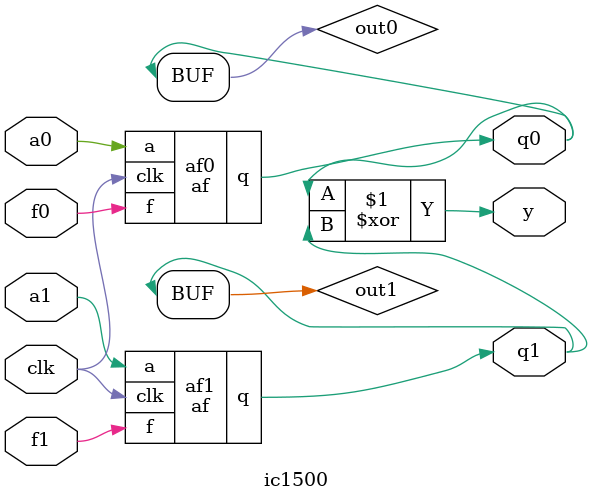
<source format=v>
`timescale 1ns / 1ps

module af(
    input a,
    input f,
    input clk,
    output reg q
    );
    
    initial begin
        q = 0;
    end
	
    // write your code here
	 always @(posedge clk)
	 case({a,f})
	 2'b00: q<=~q;
	 2'b01: q<=q;
	 2'b10: q<=1'b1;
	 2'b11: q<=1'b0;

  endcase

endmodule


module ic1500(
    input a0, 
    input f0, 
    input a1, 
    input f1, 
    input clk, 
    output q0, 
    output q1, 
    output y
    );
    // write your code here
	 wire out0=q0,out1=q1;
	 assign y=out0^out1;

	 af af0(a0,f0,clk,q0);
	 af af1(a1,f1,clk,q1);
	 always @(posedge clk) begin
	
	end
	 

	
endmodule

</source>
